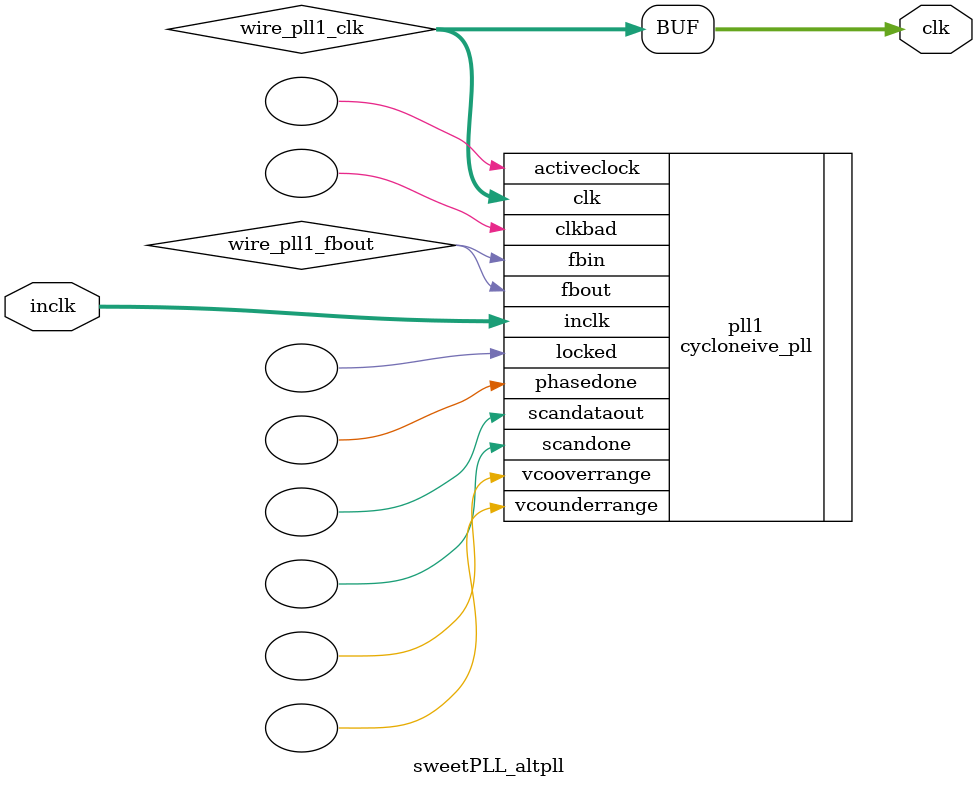
<source format=v>






//synthesis_resources = cycloneive_pll 1 
//synopsys translate_off
`timescale 1 ps / 1 ps
//synopsys translate_on
module  sweetPLL_altpll
	( 
	clk,
	inclk) /* synthesis synthesis_clearbox=1 */;
	output   [4:0]  clk;
	input   [1:0]  inclk;
`ifndef ALTERA_RESERVED_QIS
// synopsys translate_off
`endif
	tri0   [1:0]  inclk;
`ifndef ALTERA_RESERVED_QIS
// synopsys translate_on
`endif

	wire  [4:0]   wire_pll1_clk;
	wire  wire_pll1_fbout;

	cycloneive_pll   pll1
	( 
	.activeclock(),
	.clk(wire_pll1_clk),
	.clkbad(),
	.fbin(wire_pll1_fbout),
	.fbout(wire_pll1_fbout),
	.inclk(inclk),
	.locked(),
	.phasedone(),
	.scandataout(),
	.scandone(),
	.vcooverrange(),
	.vcounderrange()
	`ifndef FORMAL_VERIFICATION
	// synopsys translate_off
	`endif
	,
	.areset(1'b0),
	.clkswitch(1'b0),
	.configupdate(1'b0),
	.pfdena(1'b1),
	.phasecounterselect({3{1'b0}}),
	.phasestep(1'b0),
	.phaseupdown(1'b0),
	.scanclk(1'b0),
	.scanclkena(1'b1),
	.scandata(1'b0)
	`ifndef FORMAL_VERIFICATION
	// synopsys translate_on
	`endif
	);
	defparam
		pll1.bandwidth_type = "auto",
		pll1.clk0_divide_by = 25,
		pll1.clk0_duty_cycle = 50,
		pll1.clk0_multiply_by = 12,
		pll1.clk0_phase_shift = "0",
		pll1.clk1_divide_by = 2,
		pll1.clk1_duty_cycle = 50,
		pll1.clk1_multiply_by = 1,
		pll1.clk1_phase_shift = "0",
		pll1.clk2_divide_by = 1,
		pll1.clk2_duty_cycle = 50,
		pll1.clk2_multiply_by = 1,
		pll1.clk2_phase_shift = "0",
		pll1.compensate_clock = "clk0",
		pll1.inclk0_input_frequency = 20000,
		pll1.operation_mode = "normal",
		pll1.pll_type = "auto",
		pll1.lpm_type = "cycloneive_pll";
	assign
		clk = {wire_pll1_clk[4:0]};
endmodule //sweetPLL_altpll
//VALID FILE

</source>
